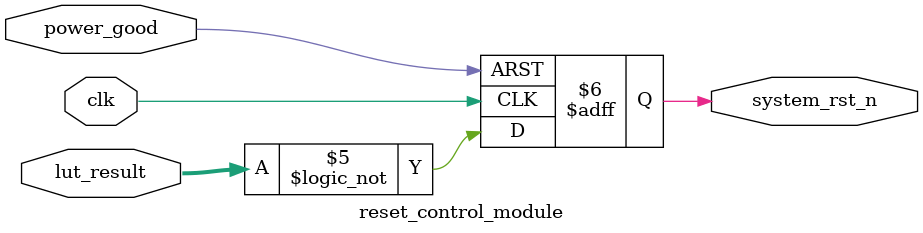
<source format=sv>
module power_on_reset #(
  parameter POR_CYCLES = 32
) (
  input  wire clk,
  input  wire power_good,
  output wire system_rst_n
);
  // 内部信号定义
  wire [$clog2(POR_CYCLES)-1:0] por_counter;
  wire [7:0] lut_subtractor_a;
  wire [7:0] lut_subtractor_b;
  wire [7:0] lut_result;
  
  // 子模块实例化
  por_counter_module #(
    .POR_CYCLES(POR_CYCLES)
  ) counter_inst (
    .clk(clk),
    .power_good(power_good),
    .lut_result(lut_result),
    .por_counter(por_counter)
  );
  
  subtraction_input_module #(
    .POR_CYCLES(POR_CYCLES)
  ) sub_input_inst (
    .por_counter(por_counter),
    .lut_subtractor_a(lut_subtractor_a),
    .lut_subtractor_b(lut_subtractor_b)
  );
  
  subtraction_lut_module lut_inst (
    .clk(clk),
    .power_good(power_good),
    .lut_subtractor_a(lut_subtractor_a),
    .lut_subtractor_b(lut_subtractor_b),
    .lut_result(lut_result)
  );
  
  reset_control_module reset_inst (
    .clk(clk),
    .power_good(power_good),
    .lut_result(lut_result),
    .system_rst_n(system_rst_n)
  );
  
endmodule

// 计数器模块 - 负责管理POR计数
module por_counter_module #(
  parameter POR_CYCLES = 32
) (
  input  wire clk,
  input  wire power_good,
  input  wire [7:0] lut_result,
  output reg  [$clog2(POR_CYCLES)-1:0] por_counter
);

  always @(posedge clk or negedge power_good) begin
    if (!power_good) begin
      por_counter <= 0;
    end else if (lut_result != 0) begin
      por_counter <= por_counter + 1;
    end
  end
  
endmodule

// 减法输入准备模块 - 为LUT查找表准备输入参数
module subtraction_input_module #(
  parameter POR_CYCLES = 32
) (
  input  wire [$clog2(POR_CYCLES)-1:0] por_counter,
  output wire [7:0] lut_subtractor_a,
  output wire [7:0] lut_subtractor_b
);

  assign lut_subtractor_a = POR_CYCLES - 1;
  assign lut_subtractor_b = por_counter;
  
endmodule

// 减法查找表模块 - 实现LUT减法功能
module subtraction_lut_module (
  input  wire clk,
  input  wire power_good,
  input  wire [7:0] lut_subtractor_a,
  input  wire [7:0] lut_subtractor_b,
  output reg  [7:0] lut_result
);

  // 查找表声明
  reg [7:0] subtraction_lut [0:255][0:255];
  
  // 初始化查找表
  integer i, j;
  initial begin
    for (i = 0; i < 256; i = i + 1) begin
      for (j = 0; j < 256; j = j + 1) begin
        subtraction_lut[i][j] = i - j;
      end
    end
  end
  
  // 查找表操作
  always @(posedge clk or negedge power_good) begin
    if (!power_good) begin
      lut_result <= 0;
    end else begin
      lut_result <= subtraction_lut[lut_subtractor_a][lut_subtractor_b];
    end
  end
  
endmodule

// 复位控制模块 - 管理系统复位信号
module reset_control_module (
  input  wire clk,
  input  wire power_good,
  input  wire [7:0] lut_result,
  output reg  system_rst_n
);

  always @(posedge clk or negedge power_good) begin
    if (!power_good) begin
      system_rst_n <= 1'b0;
    end else begin
      system_rst_n <= (lut_result == 0);
    end
  end
  
endmodule
</source>
